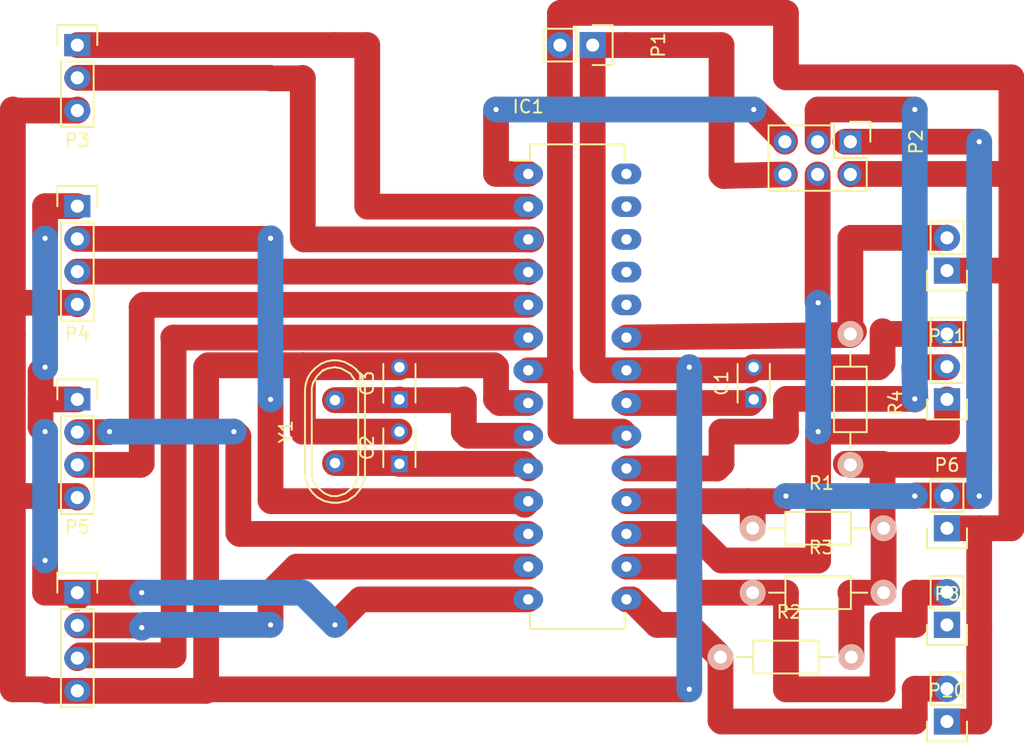
<source format=kicad_pcb>
(kicad_pcb (version 4) (host pcbnew 4.0.0-rc1-stable)

  (general
    (links 52)
    (no_connects 1)
    (area 116.349999 41.325 196.150002 106.025)
    (thickness 1.6)
    (drawings 0)
    (tracks 280)
    (zones 0)
    (modules 20)
    (nets 27)
  )

  (page A4)
  (layers
    (0 F.Cu signal)
    (31 B.Cu signal)
    (32 B.Adhes user)
    (34 B.Paste user)
    (36 B.SilkS user)
    (38 B.Mask user)
    (40 Dwgs.User user)
    (41 Cmts.User user)
    (42 Eco1.User user)
    (43 Eco2.User user)
    (44 Edge.Cuts user)
    (45 Margin user)
    (46 B.CrtYd user)
    (48 B.Fab user)
  )

  (setup
    (last_trace_width 2)
    (trace_clearance 0.15)
    (zone_clearance 0.508)
    (zone_45_only no)
    (trace_min 0.2)
    (segment_width 0.2)
    (edge_width 0.15)
    (via_size 0.6)
    (via_drill 0.4)
    (via_min_size 0.4)
    (via_min_drill 0.3)
    (uvia_size 0.3)
    (uvia_drill 0.1)
    (uvias_allowed no)
    (uvia_min_size 0.2)
    (uvia_min_drill 0.1)
    (pcb_text_width 0.3)
    (pcb_text_size 1.5 1.5)
    (mod_edge_width 0.15)
    (mod_text_size 1 1)
    (mod_text_width 0.15)
    (pad_size 1.524 1.524)
    (pad_drill 0.762)
    (pad_to_mask_clearance 0.2)
    (aux_axis_origin 0 0)
    (visible_elements 7FFFFFFF)
    (pcbplotparams
      (layerselection 0x00030_80000001)
      (usegerberextensions false)
      (excludeedgelayer true)
      (linewidth 0.100000)
      (plotframeref false)
      (viasonmask false)
      (mode 1)
      (useauxorigin false)
      (hpglpennumber 1)
      (hpglpenspeed 20)
      (hpglpendiameter 15)
      (hpglpenoverlay 2)
      (psnegative false)
      (psa4output false)
      (plotreference true)
      (plotvalue true)
      (plotinvisibletext false)
      (padsonsilk false)
      (subtractmaskfromsilk false)
      (outputformat 1)
      (mirror false)
      (drillshape 1)
      (scaleselection 1)
      (outputdirectory ""))
  )

  (net 0 "")
  (net 1 "Net-(C1-Pad1)")
  (net 2 GND)
  (net 3 "Net-(C2-Pad1)")
  (net 4 "Net-(C3-Pad1)")
  (net 5 /RESET)
  (net 6 /Rx_int)
  (net 7 /Tx_int)
  (net 8 /step_X)
  (net 9 /step_Y)
  (net 10 /step_Z)
  (net 11 VCC)
  (net 12 /dir_X)
  (net 13 /dir_Y)
  (net 14 /dir_Z)
  (net 15 /enable)
  (net 16 /lim_X)
  (net 17 /lim_Y)
  (net 18 /MOSI)
  (net 19 /MISO)
  (net 20 /SCK)
  (net 21 /button_stop)
  (net 22 "Net-(IC1-Pad24)")
  (net 23 "Net-(IC1-Pad25)")
  (net 24 "Net-(IC1-Pad26)")
  (net 25 "Net-(IC1-Pad27)")
  (net 26 "Net-(IC1-Pad28)")

  (net_class Default "This is the default net class."
    (clearance 0.15)
    (trace_width 2)
    (via_dia 0.6)
    (via_drill 0.4)
    (uvia_dia 0.3)
    (uvia_drill 0.1)
    (add_net /MISO)
    (add_net /MOSI)
    (add_net /RESET)
    (add_net /Rx_int)
    (add_net /SCK)
    (add_net /Tx_int)
    (add_net /button_stop)
    (add_net /dir_X)
    (add_net /dir_Y)
    (add_net /dir_Z)
    (add_net /enable)
    (add_net /lim_X)
    (add_net /lim_Y)
    (add_net /step_X)
    (add_net /step_Y)
    (add_net /step_Z)
    (add_net GND)
    (add_net "Net-(C1-Pad1)")
    (add_net "Net-(C2-Pad1)")
    (add_net "Net-(C3-Pad1)")
    (add_net "Net-(IC1-Pad24)")
    (add_net "Net-(IC1-Pad25)")
    (add_net "Net-(IC1-Pad26)")
    (add_net "Net-(IC1-Pad27)")
    (add_net "Net-(IC1-Pad28)")
    (add_net VCC)
  )

  (module Capacitors_ThroughHole:C_Disc_D3_P2.5 (layer F.Cu) (tedit 0) (tstamp 562D4CEA)
    (at 175 75 90)
    (descr "Capacitor 3mm Disc, Pitch 2.5mm")
    (tags Capacitor)
    (path /562DC51F)
    (fp_text reference C1 (at 1.25 -2.5 90) (layer F.SilkS)
      (effects (font (size 1 1) (thickness 0.15)))
    )
    (fp_text value 100n (at 1.25 2.5 90) (layer F.Fab)
      (effects (font (size 1 1) (thickness 0.15)))
    )
    (fp_line (start -0.9 -1.5) (end 3.4 -1.5) (layer F.CrtYd) (width 0.05))
    (fp_line (start 3.4 -1.5) (end 3.4 1.5) (layer F.CrtYd) (width 0.05))
    (fp_line (start 3.4 1.5) (end -0.9 1.5) (layer F.CrtYd) (width 0.05))
    (fp_line (start -0.9 1.5) (end -0.9 -1.5) (layer F.CrtYd) (width 0.05))
    (fp_line (start -0.25 -1.25) (end 2.75 -1.25) (layer F.SilkS) (width 0.15))
    (fp_line (start 2.75 1.25) (end -0.25 1.25) (layer F.SilkS) (width 0.15))
    (pad 1 thru_hole rect (at 0 0 90) (size 1.3 1.3) (drill 0.8) (layers *.Cu *.Mask)
      (net 1 "Net-(C1-Pad1)"))
    (pad 2 thru_hole circle (at 2.5 0 90) (size 1.3 1.3) (drill 0.8001) (layers *.Cu *.Mask)
      (net 2 GND))
    (model Capacitors_ThroughHole.3dshapes/C_Disc_D3_P2.5.wrl
      (at (xyz 0.0492126 0 0))
      (scale (xyz 1 1 1))
      (rotate (xyz 0 0 0))
    )
  )

  (module Capacitors_ThroughHole:C_Disc_D3_P2.5 (layer F.Cu) (tedit 562D4F08) (tstamp 562D4CF6)
    (at 147.5 80 90)
    (descr "Capacitor 3mm Disc, Pitch 2.5mm")
    (tags Capacitor)
    (path /562AAB38)
    (fp_text reference C2 (at 1.25 -2.5 90) (layer F.SilkS)
      (effects (font (size 1 1) (thickness 0.15)))
    )
    (fp_text value "22 pF" (at 1.27 2.54 90) (layer F.Fab)
      (effects (font (size 1 1) (thickness 0.15)))
    )
    (fp_line (start -0.9 -1.5) (end 3.4 -1.5) (layer F.CrtYd) (width 0.05))
    (fp_line (start 3.4 -1.5) (end 3.4 1.5) (layer F.CrtYd) (width 0.05))
    (fp_line (start 3.4 1.5) (end -0.9 1.5) (layer F.CrtYd) (width 0.05))
    (fp_line (start -0.9 1.5) (end -0.9 -1.5) (layer F.CrtYd) (width 0.05))
    (fp_line (start -0.25 -1.25) (end 2.75 -1.25) (layer F.SilkS) (width 0.15))
    (fp_line (start 2.75 1.25) (end -0.25 1.25) (layer F.SilkS) (width 0.15))
    (pad 1 thru_hole rect (at 0 0 90) (size 1.3 1.3) (drill 0.8) (layers *.Cu *.Mask)
      (net 3 "Net-(C2-Pad1)"))
    (pad 2 thru_hole circle (at 2.5 0 90) (size 1.3 1.3) (drill 0.8001) (layers *.Cu *.Mask)
      (net 2 GND))
    (model Capacitors_ThroughHole.3dshapes/C_Disc_D3_P2.5.wrl
      (at (xyz 0.0492126 0 0))
      (scale (xyz 1 1 1))
      (rotate (xyz 0 0 0))
    )
  )

  (module Capacitors_ThroughHole:C_Disc_D3_P2.5 (layer F.Cu) (tedit 562D4C90) (tstamp 562D4D02)
    (at 147.5 75 90)
    (descr "Capacitor 3mm Disc, Pitch 2.5mm")
    (tags Capacitor)
    (path /562AAE12)
    (fp_text reference C3 (at 1.25 -2.5 90) (layer F.SilkS)
      (effects (font (size 1 1) (thickness 0.15)))
    )
    (fp_text value "22 pF" (at 1.27 2.54 90) (layer F.Fab)
      (effects (font (size 1 1) (thickness 0.15)))
    )
    (fp_line (start -0.9 -1.5) (end 3.4 -1.5) (layer F.CrtYd) (width 0.05))
    (fp_line (start 3.4 -1.5) (end 3.4 1.5) (layer F.CrtYd) (width 0.05))
    (fp_line (start 3.4 1.5) (end -0.9 1.5) (layer F.CrtYd) (width 0.05))
    (fp_line (start -0.9 1.5) (end -0.9 -1.5) (layer F.CrtYd) (width 0.05))
    (fp_line (start -0.25 -1.25) (end 2.75 -1.25) (layer F.SilkS) (width 0.15))
    (fp_line (start 2.75 1.25) (end -0.25 1.25) (layer F.SilkS) (width 0.15))
    (pad 1 thru_hole rect (at 0 0 90) (size 1.3 1.3) (drill 0.8) (layers *.Cu *.Mask)
      (net 4 "Net-(C3-Pad1)"))
    (pad 2 thru_hole circle (at 2.5 0 90) (size 1.3 1.3) (drill 0.8001) (layers *.Cu *.Mask)
      (net 2 GND))
    (model Capacitors_ThroughHole.3dshapes/C_Disc_D3_P2.5.wrl
      (at (xyz 0.0492126 0 0))
      (scale (xyz 1 1 1))
      (rotate (xyz 0 0 0))
    )
  )

  (module Housings_DIP:DIP-28_W7.62mm_LongPads (layer F.Cu) (tedit 54130A77) (tstamp 562D4D2D)
    (at 157.5 57.5)
    (descr "28-lead dip package, row spacing 7.62 mm (300 mils), longer pads")
    (tags "dil dip 2.54 300")
    (path /562A82A8)
    (fp_text reference IC1 (at 0 -5.22) (layer F.SilkS)
      (effects (font (size 1 1) (thickness 0.15)))
    )
    (fp_text value ATMEGA328-P (at 0 -3.72) (layer F.Fab)
      (effects (font (size 1 1) (thickness 0.15)))
    )
    (fp_line (start -1.4 -2.45) (end -1.4 35.5) (layer F.CrtYd) (width 0.05))
    (fp_line (start 9 -2.45) (end 9 35.5) (layer F.CrtYd) (width 0.05))
    (fp_line (start -1.4 -2.45) (end 9 -2.45) (layer F.CrtYd) (width 0.05))
    (fp_line (start -1.4 35.5) (end 9 35.5) (layer F.CrtYd) (width 0.05))
    (fp_line (start 0.135 -2.295) (end 0.135 -1.025) (layer F.SilkS) (width 0.15))
    (fp_line (start 7.485 -2.295) (end 7.485 -1.025) (layer F.SilkS) (width 0.15))
    (fp_line (start 7.485 35.315) (end 7.485 34.045) (layer F.SilkS) (width 0.15))
    (fp_line (start 0.135 35.315) (end 0.135 34.045) (layer F.SilkS) (width 0.15))
    (fp_line (start 0.135 -2.295) (end 7.485 -2.295) (layer F.SilkS) (width 0.15))
    (fp_line (start 0.135 35.315) (end 7.485 35.315) (layer F.SilkS) (width 0.15))
    (fp_line (start 0.135 -1.025) (end -1.15 -1.025) (layer F.SilkS) (width 0.15))
    (pad 1 thru_hole oval (at 0 0) (size 2.3 1.6) (drill 0.8) (layers *.Cu *.Mask)
      (net 5 /RESET))
    (pad 2 thru_hole oval (at 0 2.54) (size 2.3 1.6) (drill 0.8) (layers *.Cu *.Mask)
      (net 6 /Rx_int))
    (pad 3 thru_hole oval (at 0 5.08) (size 2.3 1.6) (drill 0.8) (layers *.Cu *.Mask)
      (net 7 /Tx_int))
    (pad 4 thru_hole oval (at 0 7.62) (size 2.3 1.6) (drill 0.8) (layers *.Cu *.Mask)
      (net 8 /step_X))
    (pad 5 thru_hole oval (at 0 10.16) (size 2.3 1.6) (drill 0.8) (layers *.Cu *.Mask)
      (net 9 /step_Y))
    (pad 6 thru_hole oval (at 0 12.7) (size 2.3 1.6) (drill 0.8) (layers *.Cu *.Mask)
      (net 10 /step_Z))
    (pad 7 thru_hole oval (at 0 15.24) (size 2.3 1.6) (drill 0.8) (layers *.Cu *.Mask)
      (net 11 VCC))
    (pad 8 thru_hole oval (at 0 17.78) (size 2.3 1.6) (drill 0.8) (layers *.Cu *.Mask)
      (net 2 GND))
    (pad 9 thru_hole oval (at 0 20.32) (size 2.3 1.6) (drill 0.8) (layers *.Cu *.Mask)
      (net 4 "Net-(C3-Pad1)"))
    (pad 10 thru_hole oval (at 0 22.86) (size 2.3 1.6) (drill 0.8) (layers *.Cu *.Mask)
      (net 3 "Net-(C2-Pad1)"))
    (pad 11 thru_hole oval (at 0 25.4) (size 2.3 1.6) (drill 0.8) (layers *.Cu *.Mask)
      (net 12 /dir_X))
    (pad 12 thru_hole oval (at 0 27.94) (size 2.3 1.6) (drill 0.8) (layers *.Cu *.Mask)
      (net 13 /dir_Y))
    (pad 13 thru_hole oval (at 0 30.48) (size 2.3 1.6) (drill 0.8) (layers *.Cu *.Mask)
      (net 14 /dir_Z))
    (pad 14 thru_hole oval (at 0 33.02) (size 2.3 1.6) (drill 0.8) (layers *.Cu *.Mask)
      (net 15 /enable))
    (pad 15 thru_hole oval (at 7.62 33.02) (size 2.3 1.6) (drill 0.8) (layers *.Cu *.Mask)
      (net 16 /lim_X))
    (pad 16 thru_hole oval (at 7.62 30.48) (size 2.3 1.6) (drill 0.8) (layers *.Cu *.Mask)
      (net 17 /lim_Y))
    (pad 17 thru_hole oval (at 7.62 27.94) (size 2.3 1.6) (drill 0.8) (layers *.Cu *.Mask)
      (net 18 /MOSI))
    (pad 18 thru_hole oval (at 7.62 25.4) (size 2.3 1.6) (drill 0.8) (layers *.Cu *.Mask)
      (net 19 /MISO))
    (pad 19 thru_hole oval (at 7.62 22.86) (size 2.3 1.6) (drill 0.8) (layers *.Cu *.Mask)
      (net 20 /SCK))
    (pad 20 thru_hole oval (at 7.62 20.32) (size 2.3 1.6) (drill 0.8) (layers *.Cu *.Mask)
      (net 11 VCC))
    (pad 21 thru_hole oval (at 7.62 17.78) (size 2.3 1.6) (drill 0.8) (layers *.Cu *.Mask)
      (net 1 "Net-(C1-Pad1)"))
    (pad 22 thru_hole oval (at 7.62 15.24) (size 2.3 1.6) (drill 0.8) (layers *.Cu *.Mask)
      (net 2 GND))
    (pad 23 thru_hole oval (at 7.62 12.7) (size 2.3 1.6) (drill 0.8) (layers *.Cu *.Mask)
      (net 21 /button_stop))
    (pad 24 thru_hole oval (at 7.62 10.16) (size 2.3 1.6) (drill 0.8) (layers *.Cu *.Mask)
      (net 22 "Net-(IC1-Pad24)"))
    (pad 25 thru_hole oval (at 7.62 7.62) (size 2.3 1.6) (drill 0.8) (layers *.Cu *.Mask)
      (net 23 "Net-(IC1-Pad25)"))
    (pad 26 thru_hole oval (at 7.62 5.08) (size 2.3 1.6) (drill 0.8) (layers *.Cu *.Mask)
      (net 24 "Net-(IC1-Pad26)"))
    (pad 27 thru_hole oval (at 7.62 2.54) (size 2.3 1.6) (drill 0.8) (layers *.Cu *.Mask)
      (net 25 "Net-(IC1-Pad27)"))
    (pad 28 thru_hole oval (at 7.62 0) (size 2.3 1.6) (drill 0.8) (layers *.Cu *.Mask)
      (net 26 "Net-(IC1-Pad28)"))
    (model Housings_DIP.3dshapes/DIP-28_W7.62mm_LongPads.wrl
      (at (xyz 0 0 0))
      (scale (xyz 1 1 1))
      (rotate (xyz 0 0 0))
    )
  )

  (module Pin_Headers:Pin_Header_Straight_1x02 (layer F.Cu) (tedit 54EA090C) (tstamp 562D4D3E)
    (at 162.5 47.5 270)
    (descr "Through hole pin header")
    (tags "pin header")
    (path /562B588F)
    (fp_text reference P1 (at 0 -5.1 270) (layer F.SilkS)
      (effects (font (size 1 1) (thickness 0.15)))
    )
    (fp_text value CONN_5V (at 0 -3.1 270) (layer F.Fab)
      (effects (font (size 1 1) (thickness 0.15)))
    )
    (fp_line (start 1.27 1.27) (end 1.27 3.81) (layer F.SilkS) (width 0.15))
    (fp_line (start 1.55 -1.55) (end 1.55 0) (layer F.SilkS) (width 0.15))
    (fp_line (start -1.75 -1.75) (end -1.75 4.3) (layer F.CrtYd) (width 0.05))
    (fp_line (start 1.75 -1.75) (end 1.75 4.3) (layer F.CrtYd) (width 0.05))
    (fp_line (start -1.75 -1.75) (end 1.75 -1.75) (layer F.CrtYd) (width 0.05))
    (fp_line (start -1.75 4.3) (end 1.75 4.3) (layer F.CrtYd) (width 0.05))
    (fp_line (start 1.27 1.27) (end -1.27 1.27) (layer F.SilkS) (width 0.15))
    (fp_line (start -1.55 0) (end -1.55 -1.55) (layer F.SilkS) (width 0.15))
    (fp_line (start -1.55 -1.55) (end 1.55 -1.55) (layer F.SilkS) (width 0.15))
    (fp_line (start -1.27 1.27) (end -1.27 3.81) (layer F.SilkS) (width 0.15))
    (fp_line (start -1.27 3.81) (end 1.27 3.81) (layer F.SilkS) (width 0.15))
    (pad 1 thru_hole rect (at 0 0 270) (size 2.032 2.032) (drill 1.016) (layers *.Cu *.Mask)
      (net 2 GND))
    (pad 2 thru_hole oval (at 0 2.54 270) (size 2.032 2.032) (drill 1.016) (layers *.Cu *.Mask)
      (net 11 VCC))
    (model Pin_Headers.3dshapes/Pin_Header_Straight_1x02.wrl
      (at (xyz 0 -0.05 0))
      (scale (xyz 1 1 1))
      (rotate (xyz 0 0 90))
    )
  )

  (module Pin_Headers:Pin_Header_Straight_2x03 (layer F.Cu) (tedit 54EA0A4B) (tstamp 562D4D55)
    (at 182.5 55 270)
    (descr "Through hole pin header")
    (tags "pin header")
    (path /562B8440)
    (fp_text reference P2 (at 0 -5.1 270) (layer F.SilkS)
      (effects (font (size 1 1) (thickness 0.15)))
    )
    (fp_text value CONN_02X03 (at 0 -3.1 270) (layer F.Fab)
      (effects (font (size 1 1) (thickness 0.15)))
    )
    (fp_line (start -1.27 1.27) (end -1.27 6.35) (layer F.SilkS) (width 0.15))
    (fp_line (start -1.55 -1.55) (end 0 -1.55) (layer F.SilkS) (width 0.15))
    (fp_line (start -1.75 -1.75) (end -1.75 6.85) (layer F.CrtYd) (width 0.05))
    (fp_line (start 4.3 -1.75) (end 4.3 6.85) (layer F.CrtYd) (width 0.05))
    (fp_line (start -1.75 -1.75) (end 4.3 -1.75) (layer F.CrtYd) (width 0.05))
    (fp_line (start -1.75 6.85) (end 4.3 6.85) (layer F.CrtYd) (width 0.05))
    (fp_line (start 1.27 -1.27) (end 1.27 1.27) (layer F.SilkS) (width 0.15))
    (fp_line (start 1.27 1.27) (end -1.27 1.27) (layer F.SilkS) (width 0.15))
    (fp_line (start -1.27 6.35) (end 3.81 6.35) (layer F.SilkS) (width 0.15))
    (fp_line (start 3.81 6.35) (end 3.81 1.27) (layer F.SilkS) (width 0.15))
    (fp_line (start -1.55 -1.55) (end -1.55 0) (layer F.SilkS) (width 0.15))
    (fp_line (start 3.81 -1.27) (end 1.27 -1.27) (layer F.SilkS) (width 0.15))
    (fp_line (start 3.81 1.27) (end 3.81 -1.27) (layer F.SilkS) (width 0.15))
    (pad 1 thru_hole rect (at 0 0 270) (size 1.7272 1.7272) (drill 1.016) (layers *.Cu *.Mask)
      (net 19 /MISO))
    (pad 2 thru_hole oval (at 2.54 0 270) (size 1.7272 1.7272) (drill 1.016) (layers *.Cu *.Mask)
      (net 11 VCC))
    (pad 3 thru_hole oval (at 0 2.54 270) (size 1.7272 1.7272) (drill 1.016) (layers *.Cu *.Mask)
      (net 20 /SCK))
    (pad 4 thru_hole oval (at 2.54 2.54 270) (size 1.7272 1.7272) (drill 1.016) (layers *.Cu *.Mask)
      (net 18 /MOSI))
    (pad 5 thru_hole oval (at 0 5.08 270) (size 1.7272 1.7272) (drill 1.016) (layers *.Cu *.Mask)
      (net 5 /RESET))
    (pad 6 thru_hole oval (at 2.54 5.08 270) (size 1.7272 1.7272) (drill 1.016) (layers *.Cu *.Mask)
      (net 2 GND))
    (model Pin_Headers.3dshapes/Pin_Header_Straight_2x03.wrl
      (at (xyz 0.05 -0.1 0))
      (scale (xyz 1 1 1))
      (rotate (xyz 0 0 90))
    )
  )

  (module Pin_Headers:Pin_Header_Straight_1x04 (layer F.Cu) (tedit 0) (tstamp 562D4D68)
    (at 122.5 60)
    (descr "Through hole pin header")
    (tags "pin header")
    (path /562A87F6)
    (fp_text reference P3 (at 0 -5.1) (layer F.SilkS)
      (effects (font (size 1 1) (thickness 0.15)))
    )
    (fp_text value CONN_EJE_X (at 0 -3.1) (layer F.Fab)
      (effects (font (size 1 1) (thickness 0.15)))
    )
    (fp_line (start -1.75 -1.75) (end -1.75 9.4) (layer F.CrtYd) (width 0.05))
    (fp_line (start 1.75 -1.75) (end 1.75 9.4) (layer F.CrtYd) (width 0.05))
    (fp_line (start -1.75 -1.75) (end 1.75 -1.75) (layer F.CrtYd) (width 0.05))
    (fp_line (start -1.75 9.4) (end 1.75 9.4) (layer F.CrtYd) (width 0.05))
    (fp_line (start -1.27 1.27) (end -1.27 8.89) (layer F.SilkS) (width 0.15))
    (fp_line (start 1.27 1.27) (end 1.27 8.89) (layer F.SilkS) (width 0.15))
    (fp_line (start 1.55 -1.55) (end 1.55 0) (layer F.SilkS) (width 0.15))
    (fp_line (start -1.27 8.89) (end 1.27 8.89) (layer F.SilkS) (width 0.15))
    (fp_line (start 1.27 1.27) (end -1.27 1.27) (layer F.SilkS) (width 0.15))
    (fp_line (start -1.55 0) (end -1.55 -1.55) (layer F.SilkS) (width 0.15))
    (fp_line (start -1.55 -1.55) (end 1.55 -1.55) (layer F.SilkS) (width 0.15))
    (pad 1 thru_hole rect (at 0 0) (size 2.032 1.7272) (drill 1.016) (layers *.Cu *.Mask)
      (net 15 /enable))
    (pad 2 thru_hole oval (at 0 2.54) (size 2.032 1.7272) (drill 1.016) (layers *.Cu *.Mask)
      (net 12 /dir_X))
    (pad 3 thru_hole oval (at 0 5.08) (size 2.032 1.7272) (drill 1.016) (layers *.Cu *.Mask)
      (net 8 /step_X))
    (pad 4 thru_hole oval (at 0 7.62) (size 2.032 1.7272) (drill 1.016) (layers *.Cu *.Mask)
      (net 2 GND))
    (model Pin_Headers.3dshapes/Pin_Header_Straight_1x04.wrl
      (at (xyz 0 -0.15 0))
      (scale (xyz 1 1 1))
      (rotate (xyz 0 0 90))
    )
  )

  (module Pin_Headers:Pin_Header_Straight_1x04 (layer F.Cu) (tedit 0) (tstamp 562D4D7B)
    (at 122.5 75)
    (descr "Through hole pin header")
    (tags "pin header")
    (path /562A86EB)
    (fp_text reference P4 (at 0 -5.1) (layer F.SilkS)
      (effects (font (size 1 1) (thickness 0.15)))
    )
    (fp_text value CONN_EJE_Y (at 0 -3.1) (layer F.Fab)
      (effects (font (size 1 1) (thickness 0.15)))
    )
    (fp_line (start -1.75 -1.75) (end -1.75 9.4) (layer F.CrtYd) (width 0.05))
    (fp_line (start 1.75 -1.75) (end 1.75 9.4) (layer F.CrtYd) (width 0.05))
    (fp_line (start -1.75 -1.75) (end 1.75 -1.75) (layer F.CrtYd) (width 0.05))
    (fp_line (start -1.75 9.4) (end 1.75 9.4) (layer F.CrtYd) (width 0.05))
    (fp_line (start -1.27 1.27) (end -1.27 8.89) (layer F.SilkS) (width 0.15))
    (fp_line (start 1.27 1.27) (end 1.27 8.89) (layer F.SilkS) (width 0.15))
    (fp_line (start 1.55 -1.55) (end 1.55 0) (layer F.SilkS) (width 0.15))
    (fp_line (start -1.27 8.89) (end 1.27 8.89) (layer F.SilkS) (width 0.15))
    (fp_line (start 1.27 1.27) (end -1.27 1.27) (layer F.SilkS) (width 0.15))
    (fp_line (start -1.55 0) (end -1.55 -1.55) (layer F.SilkS) (width 0.15))
    (fp_line (start -1.55 -1.55) (end 1.55 -1.55) (layer F.SilkS) (width 0.15))
    (pad 1 thru_hole rect (at 0 0) (size 2.032 1.7272) (drill 1.016) (layers *.Cu *.Mask)
      (net 15 /enable))
    (pad 2 thru_hole oval (at 0 2.54) (size 2.032 1.7272) (drill 1.016) (layers *.Cu *.Mask)
      (net 13 /dir_Y))
    (pad 3 thru_hole oval (at 0 5.08) (size 2.032 1.7272) (drill 1.016) (layers *.Cu *.Mask)
      (net 9 /step_Y))
    (pad 4 thru_hole oval (at 0 7.62) (size 2.032 1.7272) (drill 1.016) (layers *.Cu *.Mask)
      (net 2 GND))
    (model Pin_Headers.3dshapes/Pin_Header_Straight_1x04.wrl
      (at (xyz 0 -0.15 0))
      (scale (xyz 1 1 1))
      (rotate (xyz 0 0 90))
    )
  )

  (module Pin_Headers:Pin_Header_Straight_1x04 (layer F.Cu) (tedit 0) (tstamp 562D4D8E)
    (at 122.5 90)
    (descr "Through hole pin header")
    (tags "pin header")
    (path /562A85F8)
    (fp_text reference P5 (at 0 -5.1) (layer F.SilkS)
      (effects (font (size 1 1) (thickness 0.15)))
    )
    (fp_text value CONN_EJE_Z (at 0 -3.1) (layer F.Fab)
      (effects (font (size 1 1) (thickness 0.15)))
    )
    (fp_line (start -1.75 -1.75) (end -1.75 9.4) (layer F.CrtYd) (width 0.05))
    (fp_line (start 1.75 -1.75) (end 1.75 9.4) (layer F.CrtYd) (width 0.05))
    (fp_line (start -1.75 -1.75) (end 1.75 -1.75) (layer F.CrtYd) (width 0.05))
    (fp_line (start -1.75 9.4) (end 1.75 9.4) (layer F.CrtYd) (width 0.05))
    (fp_line (start -1.27 1.27) (end -1.27 8.89) (layer F.SilkS) (width 0.15))
    (fp_line (start 1.27 1.27) (end 1.27 8.89) (layer F.SilkS) (width 0.15))
    (fp_line (start 1.55 -1.55) (end 1.55 0) (layer F.SilkS) (width 0.15))
    (fp_line (start -1.27 8.89) (end 1.27 8.89) (layer F.SilkS) (width 0.15))
    (fp_line (start 1.27 1.27) (end -1.27 1.27) (layer F.SilkS) (width 0.15))
    (fp_line (start -1.55 0) (end -1.55 -1.55) (layer F.SilkS) (width 0.15))
    (fp_line (start -1.55 -1.55) (end 1.55 -1.55) (layer F.SilkS) (width 0.15))
    (pad 1 thru_hole rect (at 0 0) (size 2.032 1.7272) (drill 1.016) (layers *.Cu *.Mask)
      (net 15 /enable))
    (pad 2 thru_hole oval (at 0 2.54) (size 2.032 1.7272) (drill 1.016) (layers *.Cu *.Mask)
      (net 14 /dir_Z))
    (pad 3 thru_hole oval (at 0 5.08) (size 2.032 1.7272) (drill 1.016) (layers *.Cu *.Mask)
      (net 10 /step_Z))
    (pad 4 thru_hole oval (at 0 7.62) (size 2.032 1.7272) (drill 1.016) (layers *.Cu *.Mask)
      (net 2 GND))
    (model Pin_Headers.3dshapes/Pin_Header_Straight_1x04.wrl
      (at (xyz 0 -0.15 0))
      (scale (xyz 1 1 1))
      (rotate (xyz 0 0 90))
    )
  )

  (module Pin_Headers:Pin_Header_Straight_1x03 (layer F.Cu) (tedit 0) (tstamp 562D4DA0)
    (at 190 75 180)
    (descr "Through hole pin header")
    (tags "pin header")
    (path /562A97EA)
    (fp_text reference P6 (at 0 -5.1 180) (layer F.SilkS)
      (effects (font (size 1 1) (thickness 0.15)))
    )
    (fp_text value CONN_HUS (at 0 -3.1 180) (layer F.Fab)
      (effects (font (size 1 1) (thickness 0.15)))
    )
    (fp_line (start -1.75 -1.75) (end -1.75 6.85) (layer F.CrtYd) (width 0.05))
    (fp_line (start 1.75 -1.75) (end 1.75 6.85) (layer F.CrtYd) (width 0.05))
    (fp_line (start -1.75 -1.75) (end 1.75 -1.75) (layer F.CrtYd) (width 0.05))
    (fp_line (start -1.75 6.85) (end 1.75 6.85) (layer F.CrtYd) (width 0.05))
    (fp_line (start -1.27 1.27) (end -1.27 6.35) (layer F.SilkS) (width 0.15))
    (fp_line (start -1.27 6.35) (end 1.27 6.35) (layer F.SilkS) (width 0.15))
    (fp_line (start 1.27 6.35) (end 1.27 1.27) (layer F.SilkS) (width 0.15))
    (fp_line (start 1.55 -1.55) (end 1.55 0) (layer F.SilkS) (width 0.15))
    (fp_line (start 1.27 1.27) (end -1.27 1.27) (layer F.SilkS) (width 0.15))
    (fp_line (start -1.55 0) (end -1.55 -1.55) (layer F.SilkS) (width 0.15))
    (fp_line (start -1.55 -1.55) (end 1.55 -1.55) (layer F.SilkS) (width 0.15))
    (pad 1 thru_hole rect (at 0 0 180) (size 2.032 1.7272) (drill 1.016) (layers *.Cu *.Mask)
      (net 18 /MOSI))
    (pad 2 thru_hole oval (at 0 2.54 180) (size 2.032 1.7272) (drill 1.016) (layers *.Cu *.Mask)
      (net 20 /SCK))
    (pad 3 thru_hole oval (at 0 5.08 180) (size 2.032 1.7272) (drill 1.016) (layers *.Cu *.Mask)
      (net 2 GND))
    (model Pin_Headers.3dshapes/Pin_Header_Straight_1x03.wrl
      (at (xyz 0 -0.1 0))
      (scale (xyz 1 1 1))
      (rotate (xyz 0 0 90))
    )
  )

  (module Pin_Headers:Pin_Header_Straight_1x03 (layer F.Cu) (tedit 0) (tstamp 562D4DB2)
    (at 122.5 47.5)
    (descr "Through hole pin header")
    (tags "pin header")
    (path /562A9970)
    (fp_text reference P7 (at 0 -5.1) (layer F.SilkS)
      (effects (font (size 1 1) (thickness 0.15)))
    )
    (fp_text value CONN_UART (at 0 -3.1) (layer F.Fab)
      (effects (font (size 1 1) (thickness 0.15)))
    )
    (fp_line (start -1.75 -1.75) (end -1.75 6.85) (layer F.CrtYd) (width 0.05))
    (fp_line (start 1.75 -1.75) (end 1.75 6.85) (layer F.CrtYd) (width 0.05))
    (fp_line (start -1.75 -1.75) (end 1.75 -1.75) (layer F.CrtYd) (width 0.05))
    (fp_line (start -1.75 6.85) (end 1.75 6.85) (layer F.CrtYd) (width 0.05))
    (fp_line (start -1.27 1.27) (end -1.27 6.35) (layer F.SilkS) (width 0.15))
    (fp_line (start -1.27 6.35) (end 1.27 6.35) (layer F.SilkS) (width 0.15))
    (fp_line (start 1.27 6.35) (end 1.27 1.27) (layer F.SilkS) (width 0.15))
    (fp_line (start 1.55 -1.55) (end 1.55 0) (layer F.SilkS) (width 0.15))
    (fp_line (start 1.27 1.27) (end -1.27 1.27) (layer F.SilkS) (width 0.15))
    (fp_line (start -1.55 0) (end -1.55 -1.55) (layer F.SilkS) (width 0.15))
    (fp_line (start -1.55 -1.55) (end 1.55 -1.55) (layer F.SilkS) (width 0.15))
    (pad 1 thru_hole rect (at 0 0) (size 2.032 1.7272) (drill 1.016) (layers *.Cu *.Mask)
      (net 6 /Rx_int))
    (pad 2 thru_hole oval (at 0 2.54) (size 2.032 1.7272) (drill 1.016) (layers *.Cu *.Mask)
      (net 7 /Tx_int))
    (pad 3 thru_hole oval (at 0 5.08) (size 2.032 1.7272) (drill 1.016) (layers *.Cu *.Mask)
      (net 2 GND))
    (model Pin_Headers.3dshapes/Pin_Header_Straight_1x03.wrl
      (at (xyz 0 -0.1 0))
      (scale (xyz 1 1 1))
      (rotate (xyz 0 0 90))
    )
  )

  (module Pin_Headers:Pin_Header_Straight_1x02 (layer F.Cu) (tedit 54EA090C) (tstamp 562D4DC3)
    (at 190 85 180)
    (descr "Through hole pin header")
    (tags "pin header")
    (path /562AE461)
    (fp_text reference P8 (at 0 -5.1 180) (layer F.SilkS)
      (effects (font (size 1 1) (thickness 0.15)))
    )
    (fp_text value CONN_LIM_Z (at 0 -3.1 180) (layer F.Fab)
      (effects (font (size 1 1) (thickness 0.15)))
    )
    (fp_line (start 1.27 1.27) (end 1.27 3.81) (layer F.SilkS) (width 0.15))
    (fp_line (start 1.55 -1.55) (end 1.55 0) (layer F.SilkS) (width 0.15))
    (fp_line (start -1.75 -1.75) (end -1.75 4.3) (layer F.CrtYd) (width 0.05))
    (fp_line (start 1.75 -1.75) (end 1.75 4.3) (layer F.CrtYd) (width 0.05))
    (fp_line (start -1.75 -1.75) (end 1.75 -1.75) (layer F.CrtYd) (width 0.05))
    (fp_line (start -1.75 4.3) (end 1.75 4.3) (layer F.CrtYd) (width 0.05))
    (fp_line (start 1.27 1.27) (end -1.27 1.27) (layer F.SilkS) (width 0.15))
    (fp_line (start -1.55 0) (end -1.55 -1.55) (layer F.SilkS) (width 0.15))
    (fp_line (start -1.55 -1.55) (end 1.55 -1.55) (layer F.SilkS) (width 0.15))
    (fp_line (start -1.27 1.27) (end -1.27 3.81) (layer F.SilkS) (width 0.15))
    (fp_line (start -1.27 3.81) (end 1.27 3.81) (layer F.SilkS) (width 0.15))
    (pad 1 thru_hole rect (at 0 0 180) (size 2.032 2.032) (drill 1.016) (layers *.Cu *.Mask)
      (net 11 VCC))
    (pad 2 thru_hole oval (at 0 2.54 180) (size 2.032 2.032) (drill 1.016) (layers *.Cu *.Mask)
      (net 19 /MISO))
    (model Pin_Headers.3dshapes/Pin_Header_Straight_1x02.wrl
      (at (xyz 0 -0.05 0))
      (scale (xyz 1 1 1))
      (rotate (xyz 0 0 90))
    )
  )

  (module Pin_Headers:Pin_Header_Straight_1x02 (layer F.Cu) (tedit 54EA090C) (tstamp 562D4DD4)
    (at 190 100 180)
    (descr "Through hole pin header")
    (tags "pin header")
    (path /562ABEF1)
    (fp_text reference P9 (at 0 -5.1 180) (layer F.SilkS)
      (effects (font (size 1 1) (thickness 0.15)))
    )
    (fp_text value CONN_LIM_X (at 0 -3.1 180) (layer F.Fab)
      (effects (font (size 1 1) (thickness 0.15)))
    )
    (fp_line (start 1.27 1.27) (end 1.27 3.81) (layer F.SilkS) (width 0.15))
    (fp_line (start 1.55 -1.55) (end 1.55 0) (layer F.SilkS) (width 0.15))
    (fp_line (start -1.75 -1.75) (end -1.75 4.3) (layer F.CrtYd) (width 0.05))
    (fp_line (start 1.75 -1.75) (end 1.75 4.3) (layer F.CrtYd) (width 0.05))
    (fp_line (start -1.75 -1.75) (end 1.75 -1.75) (layer F.CrtYd) (width 0.05))
    (fp_line (start -1.75 4.3) (end 1.75 4.3) (layer F.CrtYd) (width 0.05))
    (fp_line (start 1.27 1.27) (end -1.27 1.27) (layer F.SilkS) (width 0.15))
    (fp_line (start -1.55 0) (end -1.55 -1.55) (layer F.SilkS) (width 0.15))
    (fp_line (start -1.55 -1.55) (end 1.55 -1.55) (layer F.SilkS) (width 0.15))
    (fp_line (start -1.27 1.27) (end -1.27 3.81) (layer F.SilkS) (width 0.15))
    (fp_line (start -1.27 3.81) (end 1.27 3.81) (layer F.SilkS) (width 0.15))
    (pad 1 thru_hole rect (at 0 0 180) (size 2.032 2.032) (drill 1.016) (layers *.Cu *.Mask)
      (net 11 VCC))
    (pad 2 thru_hole oval (at 0 2.54 180) (size 2.032 2.032) (drill 1.016) (layers *.Cu *.Mask)
      (net 16 /lim_X))
    (model Pin_Headers.3dshapes/Pin_Header_Straight_1x02.wrl
      (at (xyz 0 -0.05 0))
      (scale (xyz 1 1 1))
      (rotate (xyz 0 0 90))
    )
  )

  (module Pin_Headers:Pin_Header_Straight_1x02 (layer F.Cu) (tedit 54EA090C) (tstamp 562D4DE5)
    (at 190 92.5 180)
    (descr "Through hole pin header")
    (tags "pin header")
    (path /562AE349)
    (fp_text reference P10 (at 0 -5.1 180) (layer F.SilkS)
      (effects (font (size 1 1) (thickness 0.15)))
    )
    (fp_text value CONN_LIM_Y (at 0 -3.1 180) (layer F.Fab)
      (effects (font (size 1 1) (thickness 0.15)))
    )
    (fp_line (start 1.27 1.27) (end 1.27 3.81) (layer F.SilkS) (width 0.15))
    (fp_line (start 1.55 -1.55) (end 1.55 0) (layer F.SilkS) (width 0.15))
    (fp_line (start -1.75 -1.75) (end -1.75 4.3) (layer F.CrtYd) (width 0.05))
    (fp_line (start 1.75 -1.75) (end 1.75 4.3) (layer F.CrtYd) (width 0.05))
    (fp_line (start -1.75 -1.75) (end 1.75 -1.75) (layer F.CrtYd) (width 0.05))
    (fp_line (start -1.75 4.3) (end 1.75 4.3) (layer F.CrtYd) (width 0.05))
    (fp_line (start 1.27 1.27) (end -1.27 1.27) (layer F.SilkS) (width 0.15))
    (fp_line (start -1.55 0) (end -1.55 -1.55) (layer F.SilkS) (width 0.15))
    (fp_line (start -1.55 -1.55) (end 1.55 -1.55) (layer F.SilkS) (width 0.15))
    (fp_line (start -1.27 1.27) (end -1.27 3.81) (layer F.SilkS) (width 0.15))
    (fp_line (start -1.27 3.81) (end 1.27 3.81) (layer F.SilkS) (width 0.15))
    (pad 1 thru_hole rect (at 0 0 180) (size 2.032 2.032) (drill 1.016) (layers *.Cu *.Mask)
      (net 11 VCC))
    (pad 2 thru_hole oval (at 0 2.54 180) (size 2.032 2.032) (drill 1.016) (layers *.Cu *.Mask)
      (net 17 /lim_Y))
    (model Pin_Headers.3dshapes/Pin_Header_Straight_1x02.wrl
      (at (xyz 0 -0.05 0))
      (scale (xyz 1 1 1))
      (rotate (xyz 0 0 90))
    )
  )

  (module Pin_Headers:Pin_Header_Straight_1x02 (layer F.Cu) (tedit 54EA090C) (tstamp 562D4DF6)
    (at 190 65 180)
    (descr "Through hole pin header")
    (tags "pin header")
    (path /562DD23C)
    (fp_text reference P11 (at 0 -5.1 180) (layer F.SilkS)
      (effects (font (size 1 1) (thickness 0.15)))
    )
    (fp_text value CONN_E_STOP (at 0 -3.1 180) (layer F.Fab)
      (effects (font (size 1 1) (thickness 0.15)))
    )
    (fp_line (start 1.27 1.27) (end 1.27 3.81) (layer F.SilkS) (width 0.15))
    (fp_line (start 1.55 -1.55) (end 1.55 0) (layer F.SilkS) (width 0.15))
    (fp_line (start -1.75 -1.75) (end -1.75 4.3) (layer F.CrtYd) (width 0.05))
    (fp_line (start 1.75 -1.75) (end 1.75 4.3) (layer F.CrtYd) (width 0.05))
    (fp_line (start -1.75 -1.75) (end 1.75 -1.75) (layer F.CrtYd) (width 0.05))
    (fp_line (start -1.75 4.3) (end 1.75 4.3) (layer F.CrtYd) (width 0.05))
    (fp_line (start 1.27 1.27) (end -1.27 1.27) (layer F.SilkS) (width 0.15))
    (fp_line (start -1.55 0) (end -1.55 -1.55) (layer F.SilkS) (width 0.15))
    (fp_line (start -1.55 -1.55) (end 1.55 -1.55) (layer F.SilkS) (width 0.15))
    (fp_line (start -1.27 1.27) (end -1.27 3.81) (layer F.SilkS) (width 0.15))
    (fp_line (start -1.27 3.81) (end 1.27 3.81) (layer F.SilkS) (width 0.15))
    (pad 1 thru_hole rect (at 0 0 180) (size 2.032 2.032) (drill 1.016) (layers *.Cu *.Mask)
      (net 11 VCC))
    (pad 2 thru_hole oval (at 0 2.54 180) (size 2.032 2.032) (drill 1.016) (layers *.Cu *.Mask)
      (net 21 /button_stop))
    (model Pin_Headers.3dshapes/Pin_Header_Straight_1x02.wrl
      (at (xyz 0 -0.05 0))
      (scale (xyz 1 1 1))
      (rotate (xyz 0 0 90))
    )
  )

  (module Resistors_ThroughHole:Resistor_Horizontal_RM10mm (layer F.Cu) (tedit 53F56209) (tstamp 562D4E02)
    (at 180 85)
    (descr "Resistor, Axial,  RM 10mm, 1/3W,")
    (tags "Resistor, Axial, RM 10mm, 1/3W,")
    (path /562AE46A)
    (fp_text reference R1 (at 0.24892 -3.50012) (layer F.SilkS)
      (effects (font (size 1 1) (thickness 0.15)))
    )
    (fp_text value "15 k" (at 3.81 3.81) (layer F.Fab)
      (effects (font (size 1 1) (thickness 0.15)))
    )
    (fp_line (start -2.54 -1.27) (end 2.54 -1.27) (layer F.SilkS) (width 0.15))
    (fp_line (start 2.54 -1.27) (end 2.54 1.27) (layer F.SilkS) (width 0.15))
    (fp_line (start 2.54 1.27) (end -2.54 1.27) (layer F.SilkS) (width 0.15))
    (fp_line (start -2.54 1.27) (end -2.54 -1.27) (layer F.SilkS) (width 0.15))
    (fp_line (start -2.54 0) (end -3.81 0) (layer F.SilkS) (width 0.15))
    (fp_line (start 2.54 0) (end 3.81 0) (layer F.SilkS) (width 0.15))
    (pad 1 thru_hole circle (at -5.08 0) (size 1.99898 1.99898) (drill 1.00076) (layers *.Cu *.SilkS *.Mask)
      (net 19 /MISO))
    (pad 2 thru_hole circle (at 5.08 0) (size 1.99898 1.99898) (drill 1.00076) (layers *.Cu *.SilkS *.Mask)
      (net 2 GND))
    (model Resistors_ThroughHole.3dshapes/Resistor_Horizontal_RM10mm.wrl
      (at (xyz 0 0 0))
      (scale (xyz 0.4 0.4 0.4))
      (rotate (xyz 0 0 0))
    )
  )

  (module Resistors_ThroughHole:Resistor_Horizontal_RM10mm (layer F.Cu) (tedit 53F56209) (tstamp 562D4E0E)
    (at 177.5 95)
    (descr "Resistor, Axial,  RM 10mm, 1/3W,")
    (tags "Resistor, Axial, RM 10mm, 1/3W,")
    (path /562AC0EB)
    (fp_text reference R2 (at 0.24892 -3.50012) (layer F.SilkS)
      (effects (font (size 1 1) (thickness 0.15)))
    )
    (fp_text value "15 k" (at 3.81 3.81) (layer F.Fab)
      (effects (font (size 1 1) (thickness 0.15)))
    )
    (fp_line (start -2.54 -1.27) (end 2.54 -1.27) (layer F.SilkS) (width 0.15))
    (fp_line (start 2.54 -1.27) (end 2.54 1.27) (layer F.SilkS) (width 0.15))
    (fp_line (start 2.54 1.27) (end -2.54 1.27) (layer F.SilkS) (width 0.15))
    (fp_line (start -2.54 1.27) (end -2.54 -1.27) (layer F.SilkS) (width 0.15))
    (fp_line (start -2.54 0) (end -3.81 0) (layer F.SilkS) (width 0.15))
    (fp_line (start 2.54 0) (end 3.81 0) (layer F.SilkS) (width 0.15))
    (pad 1 thru_hole circle (at -5.08 0) (size 1.99898 1.99898) (drill 1.00076) (layers *.Cu *.SilkS *.Mask)
      (net 16 /lim_X))
    (pad 2 thru_hole circle (at 5.08 0) (size 1.99898 1.99898) (drill 1.00076) (layers *.Cu *.SilkS *.Mask)
      (net 2 GND))
    (model Resistors_ThroughHole.3dshapes/Resistor_Horizontal_RM10mm.wrl
      (at (xyz 0 0 0))
      (scale (xyz 0.4 0.4 0.4))
      (rotate (xyz 0 0 0))
    )
  )

  (module Resistors_ThroughHole:Resistor_Horizontal_RM10mm (layer F.Cu) (tedit 53F56209) (tstamp 562D4E1A)
    (at 180 90)
    (descr "Resistor, Axial,  RM 10mm, 1/3W,")
    (tags "Resistor, Axial, RM 10mm, 1/3W,")
    (path /562AE352)
    (fp_text reference R3 (at 0.24892 -3.50012) (layer F.SilkS)
      (effects (font (size 1 1) (thickness 0.15)))
    )
    (fp_text value "15 k" (at 3.81 3.81) (layer F.Fab)
      (effects (font (size 1 1) (thickness 0.15)))
    )
    (fp_line (start -2.54 -1.27) (end 2.54 -1.27) (layer F.SilkS) (width 0.15))
    (fp_line (start 2.54 -1.27) (end 2.54 1.27) (layer F.SilkS) (width 0.15))
    (fp_line (start 2.54 1.27) (end -2.54 1.27) (layer F.SilkS) (width 0.15))
    (fp_line (start -2.54 1.27) (end -2.54 -1.27) (layer F.SilkS) (width 0.15))
    (fp_line (start -2.54 0) (end -3.81 0) (layer F.SilkS) (width 0.15))
    (fp_line (start 2.54 0) (end 3.81 0) (layer F.SilkS) (width 0.15))
    (pad 1 thru_hole circle (at -5.08 0) (size 1.99898 1.99898) (drill 1.00076) (layers *.Cu *.SilkS *.Mask)
      (net 17 /lim_Y))
    (pad 2 thru_hole circle (at 5.08 0) (size 1.99898 1.99898) (drill 1.00076) (layers *.Cu *.SilkS *.Mask)
      (net 2 GND))
    (model Resistors_ThroughHole.3dshapes/Resistor_Horizontal_RM10mm.wrl
      (at (xyz 0 0 0))
      (scale (xyz 0.4 0.4 0.4))
      (rotate (xyz 0 0 0))
    )
  )

  (module Resistors_ThroughHole:Resistor_Horizontal_RM10mm (layer F.Cu) (tedit 53F56209) (tstamp 562D4E26)
    (at 182.5 75 270)
    (descr "Resistor, Axial,  RM 10mm, 1/3W,")
    (tags "Resistor, Axial, RM 10mm, 1/3W,")
    (path /562B2AC0)
    (fp_text reference R4 (at 0.24892 -3.50012 270) (layer F.SilkS)
      (effects (font (size 1 1) (thickness 0.15)))
    )
    (fp_text value "15 k" (at 3.81 3.81 270) (layer F.Fab)
      (effects (font (size 1 1) (thickness 0.15)))
    )
    (fp_line (start -2.54 -1.27) (end 2.54 -1.27) (layer F.SilkS) (width 0.15))
    (fp_line (start 2.54 -1.27) (end 2.54 1.27) (layer F.SilkS) (width 0.15))
    (fp_line (start 2.54 1.27) (end -2.54 1.27) (layer F.SilkS) (width 0.15))
    (fp_line (start -2.54 1.27) (end -2.54 -1.27) (layer F.SilkS) (width 0.15))
    (fp_line (start -2.54 0) (end -3.81 0) (layer F.SilkS) (width 0.15))
    (fp_line (start 2.54 0) (end 3.81 0) (layer F.SilkS) (width 0.15))
    (pad 1 thru_hole circle (at -5.08 0 270) (size 1.99898 1.99898) (drill 1.00076) (layers *.Cu *.SilkS *.Mask)
      (net 21 /button_stop))
    (pad 2 thru_hole circle (at 5.08 0 270) (size 1.99898 1.99898) (drill 1.00076) (layers *.Cu *.SilkS *.Mask)
      (net 2 GND))
    (model Resistors_ThroughHole.3dshapes/Resistor_Horizontal_RM10mm.wrl
      (at (xyz 0 0 0))
      (scale (xyz 0.4 0.4 0.4))
      (rotate (xyz 0 0 0))
    )
  )

  (module Crystals:Crystal_HC49-U_Vertical (layer F.Cu) (tedit 0) (tstamp 562D4E69)
    (at 142.5 77.5 90)
    (descr "Crystal, Quarz, HC49/U, vertical, stehend,")
    (tags "Crystal, Quarz, HC49/U, vertical, stehend,")
    (path /562AA90E)
    (fp_text reference Y1 (at 0 -3.81 90) (layer F.SilkS)
      (effects (font (size 1 1) (thickness 0.15)))
    )
    (fp_text value 16Mhz (at 0 3.81 90) (layer F.Fab)
      (effects (font (size 1 1) (thickness 0.15)))
    )
    (fp_line (start 4.699 -1.00076) (end 4.89966 -0.59944) (layer F.SilkS) (width 0.15))
    (fp_line (start 4.89966 -0.59944) (end 5.00126 0) (layer F.SilkS) (width 0.15))
    (fp_line (start 5.00126 0) (end 4.89966 0.50038) (layer F.SilkS) (width 0.15))
    (fp_line (start 4.89966 0.50038) (end 4.50088 1.19888) (layer F.SilkS) (width 0.15))
    (fp_line (start 4.50088 1.19888) (end 3.8989 1.6002) (layer F.SilkS) (width 0.15))
    (fp_line (start 3.8989 1.6002) (end 3.29946 1.80086) (layer F.SilkS) (width 0.15))
    (fp_line (start 3.29946 1.80086) (end -3.29946 1.80086) (layer F.SilkS) (width 0.15))
    (fp_line (start -3.29946 1.80086) (end -4.0005 1.6002) (layer F.SilkS) (width 0.15))
    (fp_line (start -4.0005 1.6002) (end -4.39928 1.30048) (layer F.SilkS) (width 0.15))
    (fp_line (start -4.39928 1.30048) (end -4.8006 0.8001) (layer F.SilkS) (width 0.15))
    (fp_line (start -4.8006 0.8001) (end -5.00126 0.20066) (layer F.SilkS) (width 0.15))
    (fp_line (start -5.00126 0.20066) (end -5.00126 -0.29972) (layer F.SilkS) (width 0.15))
    (fp_line (start -5.00126 -0.29972) (end -4.8006 -0.8001) (layer F.SilkS) (width 0.15))
    (fp_line (start -4.8006 -0.8001) (end -4.30022 -1.39954) (layer F.SilkS) (width 0.15))
    (fp_line (start -4.30022 -1.39954) (end -3.79984 -1.69926) (layer F.SilkS) (width 0.15))
    (fp_line (start -3.79984 -1.69926) (end -3.29946 -1.80086) (layer F.SilkS) (width 0.15))
    (fp_line (start -3.2004 -1.80086) (end 3.40106 -1.80086) (layer F.SilkS) (width 0.15))
    (fp_line (start 3.40106 -1.80086) (end 3.79984 -1.69926) (layer F.SilkS) (width 0.15))
    (fp_line (start 3.79984 -1.69926) (end 4.30022 -1.39954) (layer F.SilkS) (width 0.15))
    (fp_line (start 4.30022 -1.39954) (end 4.8006 -0.89916) (layer F.SilkS) (width 0.15))
    (fp_line (start -3.19024 -2.32918) (end -3.64998 -2.28092) (layer F.SilkS) (width 0.15))
    (fp_line (start -3.64998 -2.28092) (end -4.04876 -2.16916) (layer F.SilkS) (width 0.15))
    (fp_line (start -4.04876 -2.16916) (end -4.48056 -1.95072) (layer F.SilkS) (width 0.15))
    (fp_line (start -4.48056 -1.95072) (end -4.77012 -1.71958) (layer F.SilkS) (width 0.15))
    (fp_line (start -4.77012 -1.71958) (end -5.10032 -1.36906) (layer F.SilkS) (width 0.15))
    (fp_line (start -5.10032 -1.36906) (end -5.38988 -0.83058) (layer F.SilkS) (width 0.15))
    (fp_line (start -5.38988 -0.83058) (end -5.51942 -0.23114) (layer F.SilkS) (width 0.15))
    (fp_line (start -5.51942 -0.23114) (end -5.51942 0.2794) (layer F.SilkS) (width 0.15))
    (fp_line (start -5.51942 0.2794) (end -5.34924 0.98044) (layer F.SilkS) (width 0.15))
    (fp_line (start -5.34924 0.98044) (end -4.95046 1.56972) (layer F.SilkS) (width 0.15))
    (fp_line (start -4.95046 1.56972) (end -4.49072 1.94056) (layer F.SilkS) (width 0.15))
    (fp_line (start -4.49072 1.94056) (end -4.06908 2.14884) (layer F.SilkS) (width 0.15))
    (fp_line (start -4.06908 2.14884) (end -3.6195 2.30886) (layer F.SilkS) (width 0.15))
    (fp_line (start -3.6195 2.30886) (end -3.18008 2.33934) (layer F.SilkS) (width 0.15))
    (fp_line (start 4.16052 2.1209) (end 4.53898 1.89992) (layer F.SilkS) (width 0.15))
    (fp_line (start 4.53898 1.89992) (end 4.85902 1.62052) (layer F.SilkS) (width 0.15))
    (fp_line (start 4.85902 1.62052) (end 5.11048 1.29032) (layer F.SilkS) (width 0.15))
    (fp_line (start 5.11048 1.29032) (end 5.4102 0.73914) (layer F.SilkS) (width 0.15))
    (fp_line (start 5.4102 0.73914) (end 5.51942 0.26924) (layer F.SilkS) (width 0.15))
    (fp_line (start 5.51942 0.26924) (end 5.53974 -0.1905) (layer F.SilkS) (width 0.15))
    (fp_line (start 5.53974 -0.1905) (end 5.45084 -0.65024) (layer F.SilkS) (width 0.15))
    (fp_line (start 5.45084 -0.65024) (end 5.26034 -1.09982) (layer F.SilkS) (width 0.15))
    (fp_line (start 5.26034 -1.09982) (end 4.89966 -1.56972) (layer F.SilkS) (width 0.15))
    (fp_line (start 4.89966 -1.56972) (end 4.54914 -1.88976) (layer F.SilkS) (width 0.15))
    (fp_line (start 4.54914 -1.88976) (end 4.16052 -2.1209) (layer F.SilkS) (width 0.15))
    (fp_line (start 4.16052 -2.1209) (end 3.73126 -2.2606) (layer F.SilkS) (width 0.15))
    (fp_line (start 3.73126 -2.2606) (end 3.2893 -2.32918) (layer F.SilkS) (width 0.15))
    (fp_line (start -3.2004 2.32918) (end 3.2512 2.32918) (layer F.SilkS) (width 0.15))
    (fp_line (start 3.2512 2.32918) (end 3.6703 2.29108) (layer F.SilkS) (width 0.15))
    (fp_line (start 3.6703 2.29108) (end 4.16052 2.1209) (layer F.SilkS) (width 0.15))
    (fp_line (start -3.2004 -2.32918) (end 3.2512 -2.32918) (layer F.SilkS) (width 0.15))
    (pad 1 thru_hole circle (at -2.44094 0 90) (size 1.50114 1.50114) (drill 0.8001) (layers *.Cu *.Mask)
      (net 3 "Net-(C2-Pad1)"))
    (pad 2 thru_hole circle (at 2.44094 0 90) (size 1.50114 1.50114) (drill 0.8001) (layers *.Cu *.Mask)
      (net 4 "Net-(C3-Pad1)"))
  )

  (segment (start 165.12 75.28) (end 174.72 75.28) (width 2) (layer F.Cu) (net 1) (status 20))
  (segment (start 174.72 75.28) (end 175 75) (width 2) (layer F.Cu) (net 1) (tstamp 562D7747) (status 30))
  (segment (start 147.5 77.5) (end 140 77.5) (width 2) (layer F.Cu) (net 2) (status 400000))
  (segment (start 140 77.5) (end 140 72.350002) (width 2) (layer F.Cu) (net 2) (tstamp 563409A3))
  (segment (start 140 72.350002) (end 140.149998 72.5) (width 2) (layer F.Cu) (net 2) (tstamp 563409A4))
  (segment (start 140.149998 72.5) (end 147.5 72.5) (width 2) (layer F.Cu) (net 2) (tstamp 563409A5) (status 800000))
  (segment (start 185.08 90) (end 182.5 90) (width 2) (layer F.Cu) (net 2))
  (segment (start 182.58 90.08) (end 182.58 95) (width 2) (layer F.Cu) (net 2) (tstamp 56340639))
  (segment (start 182.5 90) (end 182.58 90.08) (width 2) (layer F.Cu) (net 2) (tstamp 56340638))
  (segment (start 140 72.350002) (end 140 77.5) (width 2) (layer F.Cu) (net 2))
  (segment (start 157.5 75.28) (end 155.28 75.28) (width 2) (layer F.Cu) (net 2))
  (segment (start 132.5 72.5) (end 132.5 97.5) (width 2) (layer F.Cu) (net 2) (tstamp 563176BF))
  (segment (start 132.649998 72.350002) (end 132.5 72.5) (width 2) (layer F.Cu) (net 2) (tstamp 563176BE))
  (segment (start 154.850002 72.350002) (end 140 72.350002) (width 2) (layer F.Cu) (net 2) (tstamp 563176BD))
  (segment (start 140 72.350002) (end 132.649998 72.350002) (width 2) (layer F.Cu) (net 2) (tstamp 5631774F))
  (segment (start 155 72.5) (end 154.850002 72.350002) (width 2) (layer F.Cu) (net 2) (tstamp 563176BC))
  (segment (start 155 75) (end 155 72.5) (width 2) (layer F.Cu) (net 2) (tstamp 563176BB))
  (segment (start 155.28 75.28) (end 155 75) (width 2) (layer F.Cu) (net 2) (tstamp 563176BA))
  (segment (start 190 69.92) (end 192.42 69.92) (width 2) (layer F.Cu) (net 2))
  (segment (start 192.42 80.08) (end 185 80.08) (width 2) (layer F.Cu) (net 2) (tstamp 562D7CBE))
  (segment (start 192.5 80) (end 192.42 80.08) (width 2) (layer F.Cu) (net 2) (tstamp 562D7CBD))
  (segment (start 192.5 70) (end 192.5 80) (width 2) (layer F.Cu) (net 2) (tstamp 562D7CBC))
  (segment (start 192.42 69.92) (end 192.5 70) (width 2) (layer F.Cu) (net 2) (tstamp 562D7CBB))
  (segment (start 175 72.5) (end 184.690002 72.5) (width 2) (layer F.Cu) (net 2))
  (segment (start 185.211704 69.92) (end 190 69.92) (width 2) (layer F.Cu) (net 2) (tstamp 562D7CB8))
  (segment (start 185 69.708296) (end 185.211704 69.92) (width 2) (layer F.Cu) (net 2) (tstamp 562D7CB7))
  (segment (start 185 72.190002) (end 185 69.708296) (width 2) (layer F.Cu) (net 2) (tstamp 562D7CB6))
  (segment (start 184.690002 72.5) (end 185 72.190002) (width 2) (layer F.Cu) (net 2) (tstamp 562D7CB5))
  (segment (start 165.12 72.74) (end 174.76 72.74) (width 2) (layer F.Cu) (net 2))
  (segment (start 174.76 72.74) (end 175 72.5) (width 2) (layer F.Cu) (net 2) (tstamp 562D7CAF))
  (segment (start 169.76 72.74) (end 165.12 72.74) (width 2) (layer F.Cu) (net 2) (tstamp 562D7CA1))
  (segment (start 170 72.5) (end 169.76 72.74) (width 2) (layer F.Cu) (net 2) (tstamp 562D7CA0))
  (via (at 170 72.5) (size 0.6) (drill 0.4) (layers F.Cu B.Cu) (net 2))
  (segment (start 170 97.5) (end 170 72.5) (width 2) (layer B.Cu) (net 2) (tstamp 562D7C9D))
  (via (at 170 97.5) (size 0.6) (drill 0.4) (layers F.Cu B.Cu) (net 2))
  (segment (start 132.5 97.5) (end 170 97.5) (width 2) (layer F.Cu) (net 2))
  (segment (start 132.5 97.5) (end 132.5 97.62) (width 2) (layer F.Cu) (net 2) (tstamp 562D7C99))
  (segment (start 182.5 80.08) (end 185 80.08) (width 2) (layer F.Cu) (net 2))
  (segment (start 185 80.08) (end 185 80) (width 2) (layer F.Cu) (net 2) (tstamp 562D7B94))
  (segment (start 185 80) (end 182.150002 80) (width 2) (layer F.Cu) (net 2) (tstamp 562D7B95))
  (segment (start 182.150002 80) (end 182.5 80.08) (width 2) (layer F.Cu) (net 2) (tstamp 562D7B97))
  (segment (start 122.5 97.62) (end 132.5 97.62) (width 2) (layer F.Cu) (net 2))
  (segment (start 162.5 47.5) (end 165 47.5) (width 2) (layer F.Cu) (net 2))
  (segment (start 172.5 47.5) (end 172.5 57.5) (width 2) (layer F.Cu) (net 2) (tstamp 562D7106))
  (segment (start 172.5 57.5) (end 172.658 57.658) (width 2) (layer F.Cu) (net 2) (tstamp 562D7107))
  (segment (start 172.658 57.658) (end 177.42 57.54) (width 2) (layer F.Cu) (net 2) (tstamp 562D7108) (status 20))
  (segment (start 165 47.5) (end 172.5 47.5) (width 2) (layer F.Cu) (net 2))
  (segment (start 185.08 85) (end 185.08 90) (width 2) (layer F.Cu) (net 2) (status 10))
  (segment (start 185 80) (end 185 84.92) (width 2) (layer F.Cu) (net 2) (status 20))
  (segment (start 185 84.92) (end 185.08 85) (width 2) (layer F.Cu) (net 2) (tstamp 562D7777) (status 30))
  (segment (start 174.76 72.74) (end 175 72.5) (width 2) (layer F.Cu) (net 2) (tstamp 562D773F) (status 30))
  (segment (start 117.5 67.5) (end 117.5 52.5) (width 2) (layer F.Cu) (net 2))
  (segment (start 117.58 52.58) (end 122.5 52.58) (width 2) (layer F.Cu) (net 2) (tstamp 562D7456))
  (segment (start 117.5 52.5) (end 117.58 52.58) (width 2) (layer F.Cu) (net 2) (tstamp 562D7455))
  (segment (start 122.5 52.5) (end 122.5 52.58) (width 2) (layer F.Cu) (net 2) (tstamp 562D7452))
  (segment (start 117.5 82.5) (end 117.5 70) (width 2) (layer F.Cu) (net 2))
  (segment (start 117.5 70) (end 117.5 67.5) (width 2) (layer F.Cu) (net 2) (tstamp 562D744D))
  (segment (start 117.5 67.5) (end 122.5 67.5) (width 2) (layer F.Cu) (net 2) (tstamp 562D744A))
  (segment (start 122.5 67.5) (end 122.5 67.62) (width 2) (layer F.Cu) (net 2) (tstamp 562D744C))
  (segment (start 122.5 97.62) (end 120.12 97.62) (width 2) (layer F.Cu) (net 2))
  (segment (start 117.5 82.5) (end 122.5 82.5) (width 2) (layer F.Cu) (net 2) (tstamp 562D7447))
  (segment (start 117.5 97.5) (end 117.5 82.5) (width 2) (layer F.Cu) (net 2) (tstamp 562D7446))
  (segment (start 120 97.5) (end 117.5 97.5) (width 2) (layer F.Cu) (net 2) (tstamp 562D7445))
  (segment (start 120.12 97.62) (end 120 97.5) (width 2) (layer F.Cu) (net 2) (tstamp 562D7444))
  (segment (start 122.5 82.5) (end 122.5 82.62) (width 2) (layer F.Cu) (net 2) (tstamp 562D7449))
  (segment (start 162.5 47.5) (end 162.5 72.5) (width 2) (layer F.Cu) (net 2))
  (segment (start 162.5 72.5) (end 162.74 72.74) (width 2) (layer F.Cu) (net 2) (tstamp 562D70F7))
  (segment (start 162.74 72.74) (end 165.12 72.74) (width 2) (layer F.Cu) (net 2) (tstamp 562D70F8) (status 20))
  (segment (start 185 80) (end 185.635 80) (width 0.25) (layer F.Cu) (net 2) (status 30))
  (segment (start 175.04 72.46) (end 175 72.5) (width 0.25) (layer F.Cu) (net 2) (tstamp 562D5879) (status 30))
  (segment (start 174.96 72.46) (end 175 72.5) (width 0.25) (layer F.Cu) (net 2) (tstamp 562D5721) (status 30))
  (segment (start 147.5 80) (end 157.14 80) (width 2) (layer F.Cu) (net 3))
  (segment (start 157.14 80) (end 157.5 80.36) (width 2) (layer F.Cu) (net 3) (tstamp 5631776D))
  (segment (start 142.5 79.94094) (end 147.44094 79.94094) (width 2) (layer F.Cu) (net 3))
  (segment (start 147.44094 79.94094) (end 147.5 80) (width 2) (layer F.Cu) (net 3) (tstamp 5631776A))
  (segment (start 142.5 75.05906) (end 147.44094 75.05906) (width 2) (layer F.Cu) (net 4) (status C00000))
  (segment (start 147.44094 75.05906) (end 147.5 75) (width 2) (layer F.Cu) (net 4) (tstamp 563409A8) (status C00000))
  (segment (start 157.5 77.82) (end 152.82 77.82) (width 2) (layer F.Cu) (net 4))
  (segment (start 152.44094 75.05906) (end 142.5 75.05906) (width 2) (layer F.Cu) (net 4) (tstamp 5631770D))
  (segment (start 152.5 75) (end 152.44094 75.05906) (width 2) (layer F.Cu) (net 4) (tstamp 5631770C))
  (segment (start 152.5 77.5) (end 152.5 75) (width 2) (layer F.Cu) (net 4) (tstamp 5631770B))
  (segment (start 152.82 77.82) (end 152.5 77.5) (width 2) (layer F.Cu) (net 4) (tstamp 5631770A))
  (segment (start 147.54 74.96) (end 147.5 75) (width 0.25) (layer F.Cu) (net 4) (tstamp 562D5D0F) (status 30))
  (segment (start 155 57.5) (end 157.5 57.5) (width 2) (layer F.Cu) (net 5) (tstamp 562D7954))
  (segment (start 155 52.5) (end 155 57.5) (width 2) (layer F.Cu) (net 5) (tstamp 562D7953))
  (via (at 155 52.5) (size 0.6) (drill 0.4) (layers F.Cu B.Cu) (net 5))
  (segment (start 175 52.5) (end 155 52.5) (width 2) (layer B.Cu) (net 5) (tstamp 562D7950))
  (via (at 175 52.5) (size 0.6) (drill 0.4) (layers F.Cu B.Cu) (net 5))
  (segment (start 177.42 54.92) (end 175 52.5) (width 2) (layer F.Cu) (net 5) (tstamp 562D794D))
  (segment (start 177.42 55) (end 177.42 54.92) (width 2) (layer F.Cu) (net 5))
  (segment (start 177.42 55) (end 176.704 55.118) (width 0.25) (layer F.Cu) (net 5) (status 10))
  (segment (start 142.5 47.5) (end 145 47.5) (width 2) (layer F.Cu) (net 6))
  (segment (start 142.5 47.5) (end 122.5 47.5) (width 2) (layer F.Cu) (net 6))
  (segment (start 145.04 60.04) (end 145 60) (width 2) (layer F.Cu) (net 6) (tstamp 562D72AB))
  (segment (start 145 60) (end 145 47.5) (width 2) (layer F.Cu) (net 6) (tstamp 562D72AC))
  (segment (start 157.5 60.04) (end 145.04 60.04) (width 2) (layer F.Cu) (net 6) (status 10))
  (segment (start 140.08 62.58) (end 157.709998 62.58) (width 2) (layer F.Cu) (net 7) (tstamp 562D72B4) (status 20))
  (segment (start 140 50.08) (end 140 62.5) (width 2) (layer F.Cu) (net 7) (tstamp 562D72B2))
  (segment (start 140 62.5) (end 140.08 62.58) (width 2) (layer F.Cu) (net 7) (tstamp 562D72B3))
  (segment (start 140 50.08) (end 137.5 50.08) (width 2) (layer F.Cu) (net 7))
  (segment (start 139.96 50.04) (end 140 50.08) (width 2) (layer F.Cu) (net 7) (tstamp 562D72B1))
  (segment (start 137.5 50.08) (end 137.46 50.04) (width 2) (layer F.Cu) (net 7) (tstamp 562D7330))
  (segment (start 137.46 50.04) (end 122.5 50.04) (width 2) (layer F.Cu) (net 7))
  (segment (start 157.709998 62.58) (end 157.5 62.58) (width 2) (layer F.Cu) (net 7) (tstamp 562D72B6) (status 30))
  (segment (start 125 65.08) (end 155 65.12) (width 0.25) (layer F.Cu) (net 8) (status 20))
  (segment (start 157.46 65.08) (end 154.96 65.08) (width 2) (layer F.Cu) (net 8) (status 10))
  (segment (start 154.96 65.08) (end 122.5 65.08) (width 2) (layer F.Cu) (net 8))
  (segment (start 157.46 65.08) (end 157.5 65.12) (width 2) (layer F.Cu) (net 8) (tstamp 562D7477) (status 30))
  (segment (start 157.46 65.08) (end 157.5 65.12) (width 2) (layer F.Cu) (net 8) (tstamp 562D72BF) (status 30))
  (segment (start 127.66 67.66) (end 130.16 67.66) (width 2) (layer F.Cu) (net 9))
  (segment (start 130.16 67.66) (end 157.5 67.66) (width 2) (layer F.Cu) (net 9) (status 20))
  (segment (start 127.66 67.66) (end 127.5 67.82) (width 2) (layer F.Cu) (net 9) (tstamp 562D7334))
  (segment (start 127.42 80.08) (end 122.5 80.08) (width 2) (layer F.Cu) (net 9) (tstamp 562D72D4))
  (segment (start 127.5 80) (end 127.42 80.08) (width 2) (layer F.Cu) (net 9) (tstamp 562D72D3))
  (segment (start 127.5 67.82) (end 127.5 80) (width 2) (layer F.Cu) (net 9) (tstamp 562D72D2))
  (segment (start 127.66 67.66) (end 127.5 67.82) (width 2) (layer F.Cu) (net 9) (tstamp 562D72D1))
  (segment (start 122.714522 94.865478) (end 129.975581 94.865478) (width 2) (layer F.Cu) (net 10))
  (segment (start 129.950002 70.2) (end 129.975581 70.225579) (width 2) (layer F.Cu) (net 10) (tstamp 562D72DF))
  (segment (start 129.975581 70.225579) (end 129.975581 94.865478) (width 2) (layer F.Cu) (net 10) (tstamp 562D72E0))
  (segment (start 129.950002 70.2) (end 157.5 70.2) (width 2) (layer F.Cu) (net 10) (status 20))
  (segment (start 122.714522 94.865478) (end 122.5 95.08) (width 2) (layer F.Cu) (net 10) (tstamp 562D72E3))
  (segment (start 122.754 94.826) (end 122.5 95.08) (width 0.25) (layer F.Cu) (net 10) (tstamp 562D5BA7) (status 30))
  (segment (start 190 100) (end 192.5 100) (width 2) (layer F.Cu) (net 11))
  (segment (start 190 85) (end 192.5 85) (width 2) (layer F.Cu) (net 11))
  (segment (start 160 72.98) (end 160 77.5) (width 2) (layer F.Cu) (net 11) (tstamp 562D70EC))
  (segment (start 159.96 72.94) (end 159.76 72.74) (width 2) (layer F.Cu) (net 11) (tstamp 562D70F3))
  (segment (start 159.76 72.74) (end 160 72.98) (width 2) (layer F.Cu) (net 11) (tstamp 562D70EB))
  (segment (start 159.96 47.5) (end 159.96 72.94) (width 2) (layer F.Cu) (net 11))
  (segment (start 195 57.5) (end 195 50) (width 2) (layer F.Cu) (net 11))
  (segment (start 177.5 50) (end 177.5 45) (width 2) (layer F.Cu) (net 11) (tstamp 562D790A))
  (segment (start 195 50) (end 177.5 50) (width 2) (layer F.Cu) (net 11) (tstamp 562D7909))
  (segment (start 195 65) (end 195 57.5) (width 2) (layer F.Cu) (net 11))
  (segment (start 195 57.5) (end 182.5 57.5) (width 2) (layer F.Cu) (net 11) (tstamp 562D7905))
  (segment (start 182.5 57.5) (end 182.5 57.54) (width 2) (layer F.Cu) (net 11) (tstamp 562D7906))
  (segment (start 195 70) (end 195 65) (width 2) (layer F.Cu) (net 11))
  (segment (start 192.5 85) (end 195 85) (width 2) (layer F.Cu) (net 11))
  (segment (start 195 85) (end 195 77.5) (width 2) (layer F.Cu) (net 11) (tstamp 562D78F2))
  (segment (start 195 70) (end 195 77.5) (width 2) (layer F.Cu) (net 11))
  (segment (start 195 65) (end 190 65) (width 2) (layer F.Cu) (net 11) (tstamp 562D7902))
  (segment (start 192.5 92.5) (end 192.5 85) (width 2) (layer F.Cu) (net 11))
  (segment (start 192.5 85) (end 192.5 85) (width 2) (layer F.Cu) (net 11) (tstamp 562D77A7))
  (segment (start 192.5 100) (end 192.5 100) (width 2) (layer F.Cu) (net 11))
  (segment (start 192.5 92.5) (end 192.5 92.5) (width 2) (layer F.Cu) (net 11) (tstamp 562D77A4))
  (segment (start 192.5 100) (end 192.5 92.5) (width 2) (layer F.Cu) (net 11) (tstamp 562D77A3))
  (segment (start 160 45) (end 177.5 45) (width 2) (layer F.Cu) (net 11) (tstamp 562D70FE))
  (segment (start 159.96 45.04) (end 160 45) (width 2) (layer F.Cu) (net 11) (tstamp 562D70FD))
  (segment (start 159.96 47.5) (end 159.96 45.04) (width 2) (layer F.Cu) (net 11))
  (segment (start 164.8 77.5) (end 160 77.5) (width 2) (layer F.Cu) (net 11) (status 10))
  (segment (start 159.76 72.74) (end 157.5 72.74) (width 2) (layer F.Cu) (net 11) (status 20))
  (segment (start 164.8 77.5) (end 165.12 77.82) (width 2) (layer F.Cu) (net 11) (tstamp 562D70EF) (status 30))
  (segment (start 157.5 82.9) (end 137.550002 82.9) (width 2) (layer F.Cu) (net 12))
  (segment (start 137.46 62.54) (end 122.5 62.54) (width 2) (layer F.Cu) (net 12) (tstamp 56317796))
  (segment (start 137.5 62.5) (end 137.46 62.54) (width 2) (layer F.Cu) (net 12) (tstamp 56317795))
  (via (at 137.5 62.5) (size 0.6) (drill 0.4) (layers F.Cu B.Cu) (net 12))
  (segment (start 137.5 75) (end 137.5 62.5) (width 2) (layer B.Cu) (net 12) (tstamp 56317792))
  (via (at 137.5 75) (size 0.6) (drill 0.4) (layers F.Cu B.Cu) (net 12))
  (segment (start 137.5 82.849998) (end 137.5 75) (width 2) (layer F.Cu) (net 12) (tstamp 56317790))
  (segment (start 137.550002 82.9) (end 137.5 82.849998) (width 2) (layer F.Cu) (net 12) (tstamp 5631778F))
  (segment (start 157.218016 83.181984) (end 157.5 82.9) (width 2) (layer F.Cu) (net 12) (tstamp 562D7394) (status 30))
  (segment (start 157.5 85.44) (end 135.090002 85.44) (width 2) (layer F.Cu) (net 13))
  (segment (start 124.96 77.54) (end 122.5 77.54) (width 2) (layer F.Cu) (net 13) (tstamp 563177AC))
  (segment (start 125 77.5) (end 124.96 77.54) (width 2) (layer F.Cu) (net 13) (tstamp 563177AB))
  (via (at 125 77.5) (size 0.6) (drill 0.4) (layers F.Cu B.Cu) (net 13))
  (segment (start 134.650002 77.5) (end 125 77.5) (width 2) (layer B.Cu) (net 13) (tstamp 563177A8))
  (via (at 134.650002 77.5) (size 0.6) (drill 0.4) (layers F.Cu B.Cu) (net 13))
  (segment (start 135 77.849998) (end 134.650002 77.5) (width 2) (layer F.Cu) (net 13) (tstamp 563177A6))
  (segment (start 135 85.349998) (end 135 77.849998) (width 2) (layer F.Cu) (net 13) (tstamp 563177A5))
  (segment (start 135.090002 85.44) (end 135 85.349998) (width 2) (layer F.Cu) (net 13) (tstamp 563177A4))
  (segment (start 122.5 92.54) (end 127.324524 92.54) (width 2) (layer F.Cu) (net 14))
  (segment (start 139.52 87.98) (end 157.5 87.98) (width 2) (layer F.Cu) (net 14) (tstamp 563177C3))
  (segment (start 137.5 90) (end 139.52 87.98) (width 2) (layer F.Cu) (net 14) (tstamp 563177C2))
  (segment (start 137.5 92.5) (end 137.5 90) (width 2) (layer F.Cu) (net 14) (tstamp 563177C1))
  (via (at 137.5 92.5) (size 0.6) (drill 0.4) (layers F.Cu B.Cu) (net 14))
  (segment (start 127.715476 92.5) (end 137.5 92.5) (width 2) (layer B.Cu) (net 14) (tstamp 563177BF))
  (segment (start 127.5 92.715476) (end 127.715476 92.5) (width 2) (layer B.Cu) (net 14) (tstamp 563177BE))
  (via (at 127.5 92.715476) (size 0.6) (drill 0.4) (layers F.Cu B.Cu) (net 14))
  (segment (start 127.324524 92.54) (end 127.5 92.715476) (width 2) (layer F.Cu) (net 14) (tstamp 563177BC))
  (segment (start 157.5 87.98) (end 156.670002 87.98) (width 2) (layer F.Cu) (net 14) (status 30))
  (segment (start 157.5 90.52) (end 144.48 90.52) (width 2) (layer F.Cu) (net 15))
  (segment (start 127.5 90) (end 122.5 90) (width 2) (layer F.Cu) (net 15) (tstamp 563177CB))
  (via (at 127.5 90) (size 0.6) (drill 0.4) (layers F.Cu B.Cu) (net 15))
  (segment (start 140 90) (end 127.5 90) (width 2) (layer B.Cu) (net 15) (tstamp 563177C9))
  (segment (start 142.5 92.5) (end 140 90) (width 2) (layer B.Cu) (net 15) (tstamp 563177C8))
  (via (at 142.5 92.5) (size 0.6) (drill 0.4) (layers F.Cu B.Cu) (net 15))
  (segment (start 144.48 90.52) (end 142.5 92.5) (width 2) (layer F.Cu) (net 15) (tstamp 563177C6))
  (segment (start 119.650002 75) (end 122.5 75) (width 2) (layer F.Cu) (net 15))
  (segment (start 122.5 90) (end 120 90) (width 2) (layer F.Cu) (net 15))
  (segment (start 120 60) (end 122.5 60) (width 2) (layer F.Cu) (net 15) (tstamp 562D7470))
  (segment (start 120 62.5) (end 120 60) (width 2) (layer F.Cu) (net 15) (tstamp 562D746F))
  (via (at 120 62.5) (size 0.6) (drill 0.4) (layers F.Cu B.Cu) (net 15))
  (segment (start 120 72.5) (end 120 62.5) (width 2) (layer B.Cu) (net 15) (tstamp 562D746C))
  (via (at 120 72.5) (size 0.6) (drill 0.4) (layers F.Cu B.Cu) (net 15))
  (segment (start 119.650002 72.849998) (end 120 72.5) (width 2) (layer F.Cu) (net 15) (tstamp 562D746A))
  (segment (start 119.650002 77.150002) (end 119.650002 75) (width 2) (layer F.Cu) (net 15) (tstamp 562D7469))
  (segment (start 119.650002 75) (end 119.650002 72.849998) (width 2) (layer F.Cu) (net 15) (tstamp 562D7473))
  (segment (start 120 77.5) (end 119.650002 77.150002) (width 2) (layer F.Cu) (net 15) (tstamp 562D7468))
  (via (at 120 77.5) (size 0.6) (drill 0.4) (layers F.Cu B.Cu) (net 15))
  (segment (start 120 87.5) (end 120 77.5) (width 2) (layer B.Cu) (net 15) (tstamp 562D7465))
  (via (at 120 87.5) (size 0.6) (drill 0.4) (layers F.Cu B.Cu) (net 15))
  (segment (start 120 90) (end 120 87.5) (width 2) (layer F.Cu) (net 15) (tstamp 562D7462))
  (segment (start 122.5 90.389998) (end 122.5 90) (width 2) (layer F.Cu) (net 15) (tstamp 562D7443))
  (segment (start 165.12 90.52) (end 165.52 90.52) (width 2) (layer F.Cu) (net 16))
  (segment (start 165.52 90.52) (end 167.5 92.5) (width 2) (layer F.Cu) (net 16) (tstamp 56340620))
  (segment (start 167.5 92.5) (end 169.92 92.5) (width 2) (layer F.Cu) (net 16) (tstamp 56340622))
  (segment (start 169.92 92.5) (end 172.42 95) (width 2) (layer F.Cu) (net 16) (tstamp 56340623))
  (segment (start 172.42 95) (end 172.42 99.92) (width 2) (layer F.Cu) (net 16))
  (segment (start 187.5 100) (end 187.5 97.46) (width 2) (layer F.Cu) (net 16) (tstamp 56340619))
  (segment (start 172.5 100) (end 187.5 100) (width 2) (layer F.Cu) (net 16) (tstamp 56340617))
  (segment (start 172.42 99.92) (end 172.5 100) (width 2) (layer F.Cu) (net 16) (tstamp 56340616))
  (segment (start 187.5 97.46) (end 187.5 97.5) (width 2) (layer F.Cu) (net 16) (tstamp 5634061A))
  (segment (start 187.5 97.5) (end 187.5 97.46) (width 2) (layer F.Cu) (net 16) (tstamp 5634061C))
  (segment (start 187.5 97.46) (end 190 97.46) (width 2) (layer F.Cu) (net 16) (tstamp 5634061D))
  (segment (start 189.96 90) (end 187.5 90) (width 2) (layer F.Cu) (net 17))
  (segment (start 185 97.5) (end 185 92.5) (width 2) (layer F.Cu) (net 17))
  (segment (start 177.5 90) (end 177.5 97.5) (width 2) (layer F.Cu) (net 17) (tstamp 5634063C))
  (segment (start 177.5 97.5) (end 185 97.5) (width 2) (layer F.Cu) (net 17) (tstamp 5634063D))
  (segment (start 177.5 90) (end 174.92 90) (width 2) (layer F.Cu) (net 17))
  (segment (start 185 92.5) (end 187.5 92.5) (width 2) (layer F.Cu) (net 17) (tstamp 56340640))
  (segment (start 187.5 90) (end 187.5 92.5) (width 2) (layer F.Cu) (net 17))
  (segment (start 189.96 90) (end 190 89.96) (width 2) (layer F.Cu) (net 17) (tstamp 56340645))
  (segment (start 165.12 87.98) (end 169.52 87.98) (width 2) (layer F.Cu) (net 17) (status 10))
  (segment (start 169.52 87.98) (end 170 88.46) (width 2) (layer F.Cu) (net 17) (tstamp 562D77AD))
  (segment (start 170 88.46) (end 170 90) (width 2) (layer F.Cu) (net 17) (tstamp 562D77AE))
  (segment (start 170 90) (end 174.92 90) (width 2) (layer F.Cu) (net 17) (tstamp 562D77AF))
  (segment (start 190 77.5) (end 190 75) (width 2) (layer F.Cu) (net 18))
  (segment (start 180 77.5) (end 180 77.5) (width 2) (layer F.Cu) (net 18))
  (segment (start 179.96 67.46) (end 179.96 57.54) (width 2) (layer F.Cu) (net 18) (tstamp 562D792B))
  (segment (start 180 67.5) (end 179.96 67.46) (width 2) (layer F.Cu) (net 18) (tstamp 562D792A))
  (via (at 180 67.5) (size 0.6) (drill 0.4) (layers F.Cu B.Cu) (net 18))
  (segment (start 180 77.5) (end 180 67.5) (width 2) (layer B.Cu) (net 18) (tstamp 562D7927))
  (via (at 180 77.5) (size 0.6) (drill 0.4) (layers F.Cu B.Cu) (net 18))
  (segment (start 165.12 85.44) (end 170.44 85.44) (width 2) (layer F.Cu) (net 18))
  (segment (start 180 77.5) (end 190 77.5) (width 2) (layer F.Cu) (net 18) (tstamp 562D78E5) (status 20))
  (segment (start 180 87.5) (end 180 77.5) (width 2) (layer F.Cu) (net 18) (tstamp 562D78E4))
  (segment (start 172.5 87.5) (end 180 87.5) (width 2) (layer F.Cu) (net 18) (tstamp 562D78E3))
  (segment (start 170.44 85.44) (end 172.5 87.5) (width 2) (layer F.Cu) (net 18) (tstamp 562D78E2))
  (segment (start 190 77.5) (end 189.650002 77.5) (width 2) (layer F.Cu) (net 18) (tstamp 562D78E7) (status 30))
  (segment (start 192.5 82.5) (end 190.04 82.5) (width 2) (layer F.Cu) (net 19))
  (segment (start 190.04 82.5) (end 190 82.46) (width 2) (layer F.Cu) (net 19) (tstamp 562D7CDF))
  (segment (start 174.6 82.9) (end 177.1 82.9) (width 2) (layer F.Cu) (net 19))
  (segment (start 192.5 55) (end 182.5 55) (width 2) (layer F.Cu) (net 19) (tstamp 562D7CDB))
  (via (at 192.5 55) (size 0.6) (drill 0.4) (layers F.Cu B.Cu) (net 19))
  (segment (start 192.5 82.5) (end 192.5 55) (width 2) (layer B.Cu) (net 19) (tstamp 562D7CD8))
  (via (at 192.5 82.5) (size 0.6) (drill 0.4) (layers F.Cu B.Cu) (net 19))
  (segment (start 192.46 82.46) (end 192.5 82.5) (width 2) (layer F.Cu) (net 19) (tstamp 562D7CD5))
  (segment (start 187.54 82.46) (end 192.46 82.46) (width 2) (layer F.Cu) (net 19) (tstamp 562D7CD4))
  (segment (start 187.5 82.5) (end 187.54 82.46) (width 2) (layer F.Cu) (net 19) (tstamp 562D7CD3))
  (via (at 187.5 82.5) (size 0.6) (drill 0.4) (layers F.Cu B.Cu) (net 19))
  (segment (start 177.5 82.5) (end 187.5 82.5) (width 2) (layer B.Cu) (net 19) (tstamp 562D7CD0))
  (via (at 177.5 82.5) (size 0.6) (drill 0.4) (layers F.Cu B.Cu) (net 19))
  (segment (start 177.1 82.9) (end 177.5 82.5) (width 2) (layer F.Cu) (net 19) (tstamp 562D7CCE))
  (segment (start 182.110002 55) (end 182.5 55) (width 2) (layer F.Cu) (net 19) (tstamp 562D7B64))
  (segment (start 165.12 82.9) (end 174.6 82.9) (width 2) (layer F.Cu) (net 19))
  (segment (start 174.92 83.22) (end 174.92 85) (width 2) (layer F.Cu) (net 19) (tstamp 562D78DF))
  (segment (start 174.6 82.9) (end 174.92 83.22) (width 2) (layer F.Cu) (net 19) (tstamp 562D78DE))
  (segment (start 174.285 84.365) (end 174.92 85) (width 0.25) (layer F.Cu) (net 19) (tstamp 562D5967) (status 30))
  (segment (start 187.5 74.96) (end 187.5 75) (width 2) (layer F.Cu) (net 20))
  (segment (start 187.5 72.5) (end 190 72.5) (width 2) (layer F.Cu) (net 20) (tstamp 562D7A79))
  (segment (start 187.46 72.54) (end 187.5 72.5) (width 2) (layer F.Cu) (net 20) (tstamp 562D7A78))
  (segment (start 187.54 74.96) (end 187.46 72.54) (width 2) (layer F.Cu) (net 20) (tstamp 562D7A77))
  (segment (start 187.5 75) (end 187.54 74.96) (width 2) (layer F.Cu) (net 20) (tstamp 562D7A76))
  (via (at 187.5 74.96) (size 0.6) (drill 0.4) (layers F.Cu B.Cu) (net 20))
  (segment (start 179.96 55) (end 179.96 52.54) (width 2) (layer F.Cu) (net 20) (tstamp 562D7936))
  (segment (start 180 52.5) (end 179.96 52.54) (width 2) (layer F.Cu) (net 20) (tstamp 562D7935))
  (segment (start 187.5 52.5) (end 180 52.5) (width 2) (layer F.Cu) (net 20) (tstamp 562D7934))
  (via (at 187.5 52.5) (size 0.6) (drill 0.4) (layers F.Cu B.Cu) (net 20))
  (segment (start 187.5 52.5) (end 187.5 74.96) (width 2) (layer B.Cu) (net 20) (tstamp 562D7931))
  (segment (start 165.12 80.36) (end 172.14 80.36) (width 2) (layer F.Cu) (net 20) (status 10))
  (segment (start 177.54 74.96) (end 187.5 74.96) (width 2) (layer F.Cu) (net 20) (tstamp 562D7758))
  (segment (start 187.5 74.96) (end 187.5 74.96) (width 2) (layer F.Cu) (net 20) (tstamp 562D792E) (status 20))
  (segment (start 177.5 75) (end 177.54 74.96) (width 2) (layer F.Cu) (net 20) (tstamp 562D7757))
  (segment (start 177.5 77.5) (end 177.5 75) (width 2) (layer F.Cu) (net 20) (tstamp 562D7756))
  (segment (start 172.5 77.5) (end 177.5 77.5) (width 2) (layer F.Cu) (net 20) (tstamp 562D7755))
  (segment (start 172.5 80) (end 172.5 77.5) (width 2) (layer F.Cu) (net 20) (tstamp 562D7754))
  (segment (start 172.14 80.36) (end 172.5 80) (width 2) (layer F.Cu) (net 20) (tstamp 562D7753))
  (segment (start 182.5 69.92) (end 182.5 62.5) (width 2) (layer F.Cu) (net 21))
  (segment (start 182.54 62.46) (end 190 62.46) (width 2) (layer F.Cu) (net 21) (tstamp 562D7CCB))
  (segment (start 182.5 62.5) (end 182.54 62.46) (width 2) (layer F.Cu) (net 21) (tstamp 562D7CCA))
  (segment (start 165.12 70.2) (end 182.5 70) (width 2) (layer F.Cu) (net 21) (status 10))
  (segment (start 182.5 70) (end 182.78 69.72) (width 2) (layer F.Cu) (net 21) (tstamp 562D7738))

)

</source>
